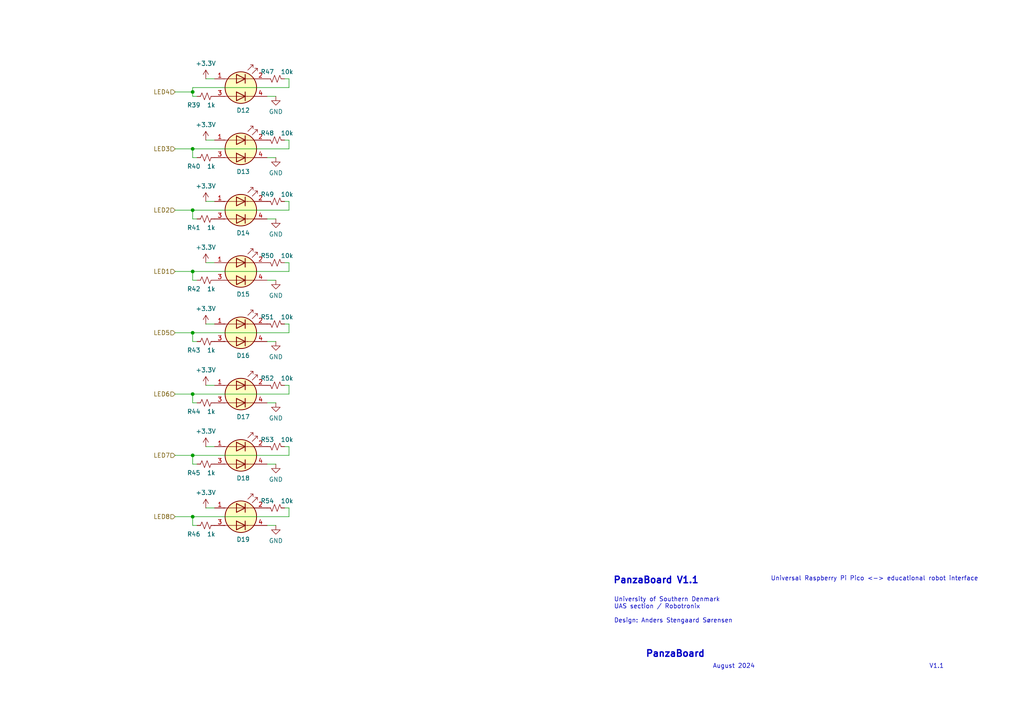
<source format=kicad_sch>
(kicad_sch (version 20231120) (generator "eeschema") (generator_version "8.0")
  (paper "A4")
  (lib_symbols
    (symbol "Device:LED_Dual_AKAK" (pin_names (offset 0) hide)
      (property "Reference" "D" (at 0 5.715 0))
      (property "Value" "LED_Dual_AKAK" (at 0 -6.35 0))
      (symbol "LED_Dual_AKAK_0_1"
        (polyline (pts (xy -5.08 -2.54) (xy 2.032 -2.54)))
        (polyline (pts (xy -5.08 2.54) (xy 2.032 2.54)))
        (polyline (pts (xy 1.27 -1.27) (xy 1.27 -3.81)) (stroke (width 0.254)))
        (polyline (pts (xy 1.27 3.81) (xy 1.27 1.27)) (stroke (width 0.254)))
        (polyline (pts (xy 3.81 -2.54) (xy 1.905 -2.54)))
        (polyline (pts (xy 3.81 2.54) (xy 1.905 2.54)))
        (polyline (pts (xy -1.27 -1.27) (xy -1.27 -3.81) (xy 1.27 -2.54) (xy -1.27 -1.27)) (stroke (width 0.254)))
        (polyline (pts (xy -1.27 3.81) (xy -1.27 1.27) (xy 1.27 2.54) (xy -1.27 3.81)) (stroke (width 0.254)))
        (polyline (pts (xy 2.032 5.08) (xy 3.556 6.604) (xy 2.794 6.604) (xy 3.556 6.604) (xy 3.556 5.842)))
        (polyline (pts (xy 3.302 4.064) (xy 4.826 5.588) (xy 4.064 5.588) (xy 4.826 5.588) (xy 4.826 4.826)))
        (circle (center 0 0) (radius 4.572) (stroke (width 0.254)) (fill (type background)))
      )
      (symbol "LED_Dual_AKAK_1_1"
        (pin input line (at -7.62 2.54 0) (length 3.048) (name "A1") (number "1"))
        (pin input line (at 7.62 2.54 180) (length 3.81) (name "K1") (number "2"))
        (pin input line (at -7.62 -2.54 0) (length 3.048) (name "A2") (number "3"))
        (pin input line (at 7.62 -2.54 180) (length 3.81) (name "K2") (number "4"))
      )
    )
    (symbol "Device:R_Small_US" (pin_numbers hide) (pin_names (offset 0.254) hide)
      (property "Reference" "R" (at 0.762 0.508 0))
      (property "Value" "R_Small_US" (at 0.762 -1.016 0))
      (symbol "R_Small_US_1_1"
        (polyline (pts (xy 0 0) (xy 1.016 -0.381) (xy 0 -0.762) (xy -1.016 -1.143) (xy 0 -1.524)))
        (polyline (pts (xy 0 1.524) (xy 1.016 1.143) (xy 0 0.762) (xy -1.016 0.381) (xy 0 0)))
        (pin passive line (at 0 2.54 270) (length 1.016) (name "~") (number "1"))
        (pin passive line (at 0 -2.54 90) (length 1.016) (name "~") (number "2"))
      )
    )
    (symbol "power:+3.3V" (power) (pin_numbers hide) (pin_names (offset 0) hide)
      (property "Value" "+3.3V" (at 0 3.556 0))
      (symbol "+3.3V_0_1"
        (polyline (pts (xy -0.762 1.27) (xy 0 2.54)))
        (polyline (pts (xy 0 0) (xy 0 2.54)))
        (polyline (pts (xy 0 2.54) (xy 0.762 1.27)))
      )
      (symbol "+3.3V_1_1"
        (pin power_in line (at 0 0 90) (length 0) (name "~") (number "1"))
      )
    )
    (symbol "power:GND" (power) (pin_numbers hide) (pin_names (offset 0) hide)
      (property "Value" "GND" (at 0 -3.81 0))
      (symbol "GND_0_1"
        (polyline (pts (xy 0 0) (xy 0 -1.27) (xy 1.27 -1.27) (xy 0 -2.54) (xy -1.27 -1.27) (xy 0 -1.27)))
      )
      (symbol "GND_1_1"
        (pin power_in line (at 0 0 270) (length 0) (name "~") (number "1"))
      )
    )
  )
  (junction (at 55.88 149.86))
  (junction (at 55.88 132.08))
  (junction (at 55.88 96.52))
  (junction (at 55.88 43.18))
  (junction (at 55.88 114.3))
  (junction (at 55.88 78.74))
  (junction (at 55.88 60.96))
  (junction (at 55.88 26.67))
  (wire (pts (xy 77.47 134.62) (xy 80.01 134.62)))
  (wire (pts (xy 50.8 26.67) (xy 55.88 26.67)))
  (wire (pts (xy 50.8 149.86) (xy 55.88 149.86)))
  (wire (pts (xy 83.82 111.76) (xy 83.82 114.3)))
  (wire (pts (xy 55.88 152.4) (xy 57.15 152.4)))
  (wire (pts (xy 55.88 63.5) (xy 57.15 63.5)))
  (wire (pts (xy 55.88 116.84) (xy 57.15 116.84)))
  (wire (pts (xy 83.82 76.2) (xy 83.82 78.74)))
  (wire (pts (xy 59.69 129.54) (xy 62.23 129.54)))
  (wire (pts (xy 55.88 81.28) (xy 57.15 81.28)))
  (wire (pts (xy 77.47 152.4) (xy 80.01 152.4)))
  (wire (pts (xy 55.88 45.72) (xy 57.15 45.72)))
  (wire (pts (xy 55.88 26.67) (xy 55.88 27.94)))
  (wire (pts (xy 59.69 93.98) (xy 62.23 93.98)))
  (wire (pts (xy 83.82 60.96) (xy 55.88 60.96)))
  (wire (pts (xy 77.47 27.94) (xy 80.01 27.94)))
  (wire (pts (xy 83.82 132.08) (xy 55.88 132.08)))
  (wire (pts (xy 59.69 76.2) (xy 62.23 76.2)))
  (wire (pts (xy 83.82 147.32) (xy 83.82 149.86)))
  (wire (pts (xy 59.69 147.32) (xy 62.23 147.32)))
  (wire (pts (xy 55.88 60.96) (xy 55.88 63.5)))
  (wire (pts (xy 83.82 96.52) (xy 55.88 96.52)))
  (wire (pts (xy 50.8 60.96) (xy 55.88 60.96)))
  (wire (pts (xy 83.82 25.4) (xy 55.88 25.4)))
  (wire (pts (xy 55.88 25.4) (xy 55.88 26.67)))
  (wire (pts (xy 83.82 43.18) (xy 55.88 43.18)))
  (wire (pts (xy 77.47 63.5) (xy 80.01 63.5)))
  (wire (pts (xy 55.88 114.3) (xy 55.88 116.84)))
  (wire (pts (xy 83.82 149.86) (xy 55.88 149.86)))
  (wire (pts (xy 55.88 99.06) (xy 57.15 99.06)))
  (wire (pts (xy 77.47 45.72) (xy 80.01 45.72)))
  (wire (pts (xy 77.47 81.28) (xy 80.01 81.28)))
  (wire (pts (xy 50.8 96.52) (xy 55.88 96.52)))
  (wire (pts (xy 82.55 147.32) (xy 83.82 147.32)))
  (wire (pts (xy 83.82 93.98) (xy 83.82 96.52)))
  (wire (pts (xy 55.88 27.94) (xy 57.15 27.94)))
  (wire (pts (xy 50.8 114.3) (xy 55.88 114.3)))
  (wire (pts (xy 55.88 43.18) (xy 55.88 45.72)))
  (wire (pts (xy 50.8 43.18) (xy 55.88 43.18)))
  (wire (pts (xy 77.47 99.06) (xy 80.01 99.06)))
  (wire (pts (xy 55.88 96.52) (xy 55.88 99.06)))
  (wire (pts (xy 55.88 134.62) (xy 57.15 134.62)))
  (wire (pts (xy 55.88 78.74) (xy 55.88 81.28)))
  (wire (pts (xy 59.69 111.76) (xy 62.23 111.76)))
  (wire (pts (xy 59.69 22.86) (xy 62.23 22.86)))
  (wire (pts (xy 55.88 149.86) (xy 55.88 152.4)))
  (wire (pts (xy 82.55 40.64) (xy 83.82 40.64)))
  (wire (pts (xy 83.82 58.42) (xy 83.82 60.96)))
  (wire (pts (xy 50.8 78.74) (xy 55.88 78.74)))
  (wire (pts (xy 55.88 132.08) (xy 55.88 134.62)))
  (wire (pts (xy 77.47 116.84) (xy 80.01 116.84)))
  (wire (pts (xy 59.69 40.64) (xy 62.23 40.64)))
  (wire (pts (xy 83.82 129.54) (xy 83.82 132.08)))
  (wire (pts (xy 50.8 132.08) (xy 55.88 132.08)))
  (wire (pts (xy 82.55 93.98) (xy 83.82 93.98)))
  (wire (pts (xy 83.82 78.74) (xy 55.88 78.74)))
  (wire (pts (xy 59.69 58.42) (xy 62.23 58.42)))
  (wire (pts (xy 82.55 129.54) (xy 83.82 129.54)))
  (wire (pts (xy 83.82 114.3) (xy 55.88 114.3)))
  (wire (pts (xy 82.55 111.76) (xy 83.82 111.76)))
  (wire (pts (xy 83.82 22.86) (xy 83.82 25.4)))
  (wire (pts (xy 82.55 76.2) (xy 83.82 76.2)))
  (wire (pts (xy 82.55 22.86) (xy 83.82 22.86)))
  (wire (pts (xy 83.82 40.64) (xy 83.82 43.18)))
  (wire (pts (xy 82.55 58.42) (xy 83.82 58.42)))
  (text "University of Southern Denmark\nUAS section / Robotronix\n\nDesign: Anders Stengaard Sørensen" (at 178.054 177.038 0) (effects (font (size 1.27 1.27)) (justify left)))
  (text "Universal Raspberry Pi Pico <-> educational robot interface" (at 223.52 167.894 0) (effects (font (size 1.27 1.27)) (justify left)))
  (text "August 2024" (at 212.852 193.294 0) (effects (font (size 1.27 1.27))))
  (text "V1.1" (at 269.494 193.294 0) (effects (font (size 1.27 1.27)) (justify left)))
  (text "PanzaBoard" (at 187.198 189.738 0) (effects (font (size 1.905 1.905) (thickness 0.381) (bold yes)) (justify left)))
  (text "PanzaBoard V1.1" (at 177.8 168.402 0) (effects (font (size 1.905 1.905) (thickness 0.381) (bold yes)) (justify left)))
  (hierarchical_label "LED2" (shape input) (at 50.8 60.96 180))
  (hierarchical_label "LED5" (shape input) (at 50.8 96.52 180))
  (hierarchical_label "LED6" (shape input) (at 50.8 114.3 180))
  (hierarchical_label "LED3" (shape input) (at 50.8 43.18 180))
  (hierarchical_label "LED1" (shape input) (at 50.8 78.74 180))
  (hierarchical_label "LED4" (shape input) (at 50.8 26.67 180))
  (hierarchical_label "LED8" (shape input) (at 50.8 149.86 180))
  (hierarchical_label "LED7" (shape input) (at 50.8 132.08 180))
  (symbol (lib_id "power:+3.3V") (at 59.69 58.42 0) (unit 1)
    (property "Reference" "#PWR077" (effects (hide yes)))
    (property "Value" "+3.3V" (at 59.69 53.975 0))
    (property "Description" "Power symbol creates a global label with name \"+3.3V\"" (effects (hide yes)))
  )
  (symbol (lib_id "power:GND") (at 80.01 99.06 0) (unit 1)
    (property "Reference" "#PWR087" (effects (hide yes)))
    (property "Value" "GND" (at 80.01 103.505 0))
    (property "Description" "Power symbol creates a global label with name \"GND\" , ground" (effects (hide yes)))
  )
  (symbol (lib_id "Device:LED_Dual_AKAK") (at 69.85 25.4 0) (unit 1)
    (property "Reference" "D12" (at 68.58 32.004 0) (effects (justify left)))
    (property "Value" "LED_Dual_AKAK" (effects (hide yes)))
    (property "Footprint" "ass_misc:LED_DUAL_3.2x2.7_Kingbright" (effects (hide yes)))
    (property "Description" "Dual LED, cathodes on pins 2 and 4" (effects (hide yes)))
  )
  (symbol (lib_id "power:GND") (at 80.01 45.72 0) (unit 1)
    (property "Reference" "#PWR084" (effects (hide yes)))
    (property "Value" "GND" (at 80.01 50.165 0))
    (property "Description" "Power symbol creates a global label with name \"GND\" , ground" (effects (hide yes)))
  )
  (symbol (lib_id "power:+3.3V") (at 59.69 22.86 0) (unit 1)
    (property "Reference" "#PWR075" (effects (hide yes)))
    (property "Value" "+3.3V" (at 59.69 18.415 0))
    (property "Description" "Power symbol creates a global label with name \"+3.3V\"" (effects (hide yes)))
  )
  (symbol (lib_id "Device:LED_Dual_AKAK") (at 69.85 43.18 0) (unit 1)
    (property "Reference" "D13" (at 68.58 49.784 0) (effects (justify left)))
    (property "Value" "LED_Dual_AKAK" (effects (hide yes)))
    (property "Footprint" "ass_misc:LED_DUAL_3.2x2.7_Kingbright" (effects (hide yes)))
    (property "Description" "Dual LED, cathodes on pins 2 and 4" (effects (hide yes)))
  )
  (symbol (lib_id "Device:R_Small_US") (at 59.69 152.4 90) (unit 1)
    (property "Reference" "R46" (at 58.166 154.94 90) (effects (justify left)))
    (property "Value" "1k" (at 62.484 154.94 90) (effects (justify left)))
    (property "Footprint" "Resistor_SMD:R_0603_1608Metric" (effects (hide yes)))
    (property "Description" "Resistor, small US symbol" (effects (hide yes)))
  )
  (symbol (lib_id "Device:LED_Dual_AKAK") (at 69.85 60.96 0) (unit 1)
    (property "Reference" "D14" (at 68.58 67.564 0) (effects (justify left)))
    (property "Value" "LED_Dual_AKAK" (effects (hide yes)))
    (property "Footprint" "ass_misc:LED_DUAL_3.2x2.7_Kingbright" (effects (hide yes)))
    (property "Description" "Dual LED, cathodes on pins 2 and 4" (effects (hide yes)))
  )
  (symbol (lib_id "Device:R_Small_US") (at 59.69 134.62 90) (unit 1)
    (property "Reference" "R45" (at 58.166 137.16 90) (effects (justify left)))
    (property "Value" "1k" (at 62.484 137.16 90) (effects (justify left)))
    (property "Footprint" "Resistor_SMD:R_0603_1608Metric" (effects (hide yes)))
    (property "Description" "Resistor, small US symbol" (effects (hide yes)))
  )
  (symbol (lib_id "Device:LED_Dual_AKAK") (at 69.85 132.08 0) (unit 1)
    (property "Reference" "D18" (at 68.58 138.684 0) (effects (justify left)))
    (property "Value" "LED_Dual_AKAK" (effects (hide yes)))
    (property "Footprint" "ass_misc:LED_DUAL_3.2x2.7_Kingbright" (effects (hide yes)))
    (property "Description" "Dual LED, cathodes on pins 2 and 4" (effects (hide yes)))
  )
  (symbol (lib_id "power:GND") (at 80.01 116.84 0) (unit 1)
    (property "Reference" "#PWR088" (effects (hide yes)))
    (property "Value" "GND" (at 80.01 121.285 0))
    (property "Description" "Power symbol creates a global label with name \"GND\" , ground" (effects (hide yes)))
  )
  (symbol (lib_id "Device:R_Small_US") (at 80.01 40.64 90) (mirror x) (unit 1)
    (property "Reference" "R48" (at 79.502 38.608 90) (effects (justify left)))
    (property "Value" "10k" (at 85.09 38.608 90) (effects (justify left)))
    (property "Footprint" "Resistor_SMD:R_0603_1608Metric" (effects (hide yes)))
    (property "Description" "Resistor, small US symbol" (effects (hide yes)))
  )
  (symbol (lib_id "Device:R_Small_US") (at 80.01 76.2 90) (mirror x) (unit 1)
    (property "Reference" "R50" (at 79.502 74.168 90) (effects (justify left)))
    (property "Value" "10k" (at 85.09 74.168 90) (effects (justify left)))
    (property "Footprint" "Resistor_SMD:R_0603_1608Metric" (effects (hide yes)))
    (property "Description" "Resistor, small US symbol" (effects (hide yes)))
  )
  (symbol (lib_id "Device:LED_Dual_AKAK") (at 69.85 114.3 0) (unit 1)
    (property "Reference" "D17" (at 68.58 120.904 0) (effects (justify left)))
    (property "Value" "LED_Dual_AKAK" (effects (hide yes)))
    (property "Footprint" "ass_misc:LED_DUAL_3.2x2.7_Kingbright" (effects (hide yes)))
    (property "Description" "Dual LED, cathodes on pins 2 and 4" (effects (hide yes)))
  )
  (symbol (lib_id "Device:R_Small_US") (at 80.01 58.42 90) (mirror x) (unit 1)
    (property "Reference" "R49" (at 79.502 56.388 90) (effects (justify left)))
    (property "Value" "10k" (at 85.09 56.388 90) (effects (justify left)))
    (property "Footprint" "Resistor_SMD:R_0603_1608Metric" (effects (hide yes)))
    (property "Description" "Resistor, small US symbol" (effects (hide yes)))
  )
  (symbol (lib_id "Device:LED_Dual_AKAK") (at 69.85 149.86 0) (unit 1)
    (property "Reference" "D19" (at 68.58 156.464 0) (effects (justify left)))
    (property "Value" "LED_Dual_AKAK" (effects (hide yes)))
    (property "Footprint" "ass_misc:LED_DUAL_3.2x2.7_Kingbright" (effects (hide yes)))
    (property "Description" "Dual LED, cathodes on pins 2 and 4" (effects (hide yes)))
  )
  (symbol (lib_id "power:+3.3V") (at 59.69 111.76 0) (unit 1)
    (property "Reference" "#PWR080" (effects (hide yes)))
    (property "Value" "+3.3V" (at 59.69 107.315 0))
    (property "Description" "Power symbol creates a global label with name \"+3.3V\"" (effects (hide yes)))
  )
  (symbol (lib_id "Device:R_Small_US") (at 59.69 27.94 90) (unit 1)
    (property "Reference" "R39" (at 58.166 30.48 90) (effects (justify left)))
    (property "Value" "1k" (at 62.484 30.48 90) (effects (justify left)))
    (property "Footprint" "Resistor_SMD:R_0603_1608Metric" (effects (hide yes)))
    (property "Description" "Resistor, small US symbol" (effects (hide yes)))
  )
  (symbol (lib_id "Device:R_Small_US") (at 59.69 81.28 90) (unit 1)
    (property "Reference" "R42" (at 58.166 83.82 90) (effects (justify left)))
    (property "Value" "1k" (at 62.484 83.82 90) (effects (justify left)))
    (property "Footprint" "Resistor_SMD:R_0603_1608Metric" (effects (hide yes)))
    (property "Description" "Resistor, small US symbol" (effects (hide yes)))
  )
  (symbol (lib_id "Device:R_Small_US") (at 80.01 147.32 90) (mirror x) (unit 1)
    (property "Reference" "R54" (at 79.502 145.288 90) (effects (justify left)))
    (property "Value" "10k" (at 85.09 145.288 90) (effects (justify left)))
    (property "Footprint" "Resistor_SMD:R_0603_1608Metric" (effects (hide yes)))
    (property "Description" "Resistor, small US symbol" (effects (hide yes)))
  )
  (symbol (lib_id "power:+3.3V") (at 59.69 76.2 0) (unit 1)
    (property "Reference" "#PWR078" (effects (hide yes)))
    (property "Value" "+3.3V" (at 59.69 71.755 0))
    (property "Description" "Power symbol creates a global label with name \"+3.3V\"" (effects (hide yes)))
  )
  (symbol (lib_id "Device:LED_Dual_AKAK") (at 69.85 78.74 0) (unit 1)
    (property "Reference" "D15" (at 68.58 85.344 0) (effects (justify left)))
    (property "Value" "LED_Dual_AKAK" (effects (hide yes)))
    (property "Footprint" "ass_misc:LED_DUAL_3.2x2.7_Kingbright" (effects (hide yes)))
    (property "Description" "Dual LED, cathodes on pins 2 and 4" (effects (hide yes)))
  )
  (symbol (lib_id "power:+3.3V") (at 59.69 93.98 0) (unit 1)
    (property "Reference" "#PWR079" (effects (hide yes)))
    (property "Value" "+3.3V" (at 59.69 89.535 0))
    (property "Description" "Power symbol creates a global label with name \"+3.3V\"" (effects (hide yes)))
  )
  (symbol (lib_id "power:GND") (at 80.01 134.62 0) (unit 1)
    (property "Reference" "#PWR089" (effects (hide yes)))
    (property "Value" "GND" (at 80.01 139.065 0))
    (property "Description" "Power symbol creates a global label with name \"GND\" , ground" (effects (hide yes)))
  )
  (symbol (lib_id "Device:R_Small_US") (at 59.69 45.72 90) (unit 1)
    (property "Reference" "R40" (at 58.166 48.26 90) (effects (justify left)))
    (property "Value" "1k" (at 62.484 48.26 90) (effects (justify left)))
    (property "Footprint" "Resistor_SMD:R_0603_1608Metric" (effects (hide yes)))
    (property "Description" "Resistor, small US symbol" (effects (hide yes)))
  )
  (symbol (lib_id "power:+3.3V") (at 59.69 40.64 0) (unit 1)
    (property "Reference" "#PWR076" (effects (hide yes)))
    (property "Value" "+3.3V" (at 59.69 36.195 0))
    (property "Description" "Power symbol creates a global label with name \"+3.3V\"" (effects (hide yes)))
  )
  (symbol (lib_id "Device:R_Small_US") (at 80.01 93.98 90) (mirror x) (unit 1)
    (property "Reference" "R51" (at 79.502 91.948 90) (effects (justify left)))
    (property "Value" "10k" (at 85.09 91.948 90) (effects (justify left)))
    (property "Footprint" "Resistor_SMD:R_0603_1608Metric" (effects (hide yes)))
    (property "Description" "Resistor, small US symbol" (effects (hide yes)))
  )
  (symbol (lib_id "Device:R_Small_US") (at 80.01 129.54 90) (mirror x) (unit 1)
    (property "Reference" "R53" (at 79.502 127.508 90) (effects (justify left)))
    (property "Value" "10k" (at 85.09 127.508 90) (effects (justify left)))
    (property "Footprint" "Resistor_SMD:R_0603_1608Metric" (effects (hide yes)))
    (property "Description" "Resistor, small US symbol" (effects (hide yes)))
  )
  (symbol (lib_id "power:GND") (at 80.01 63.5 0) (unit 1)
    (property "Reference" "#PWR085" (effects (hide yes)))
    (property "Value" "GND" (at 80.01 67.945 0))
    (property "Description" "Power symbol creates a global label with name \"GND\" , ground" (effects (hide yes)))
  )
  (symbol (lib_id "Device:R_Small_US") (at 80.01 111.76 90) (mirror x) (unit 1)
    (property "Reference" "R52" (at 79.502 109.728 90) (effects (justify left)))
    (property "Value" "10k" (at 85.09 109.728 90) (effects (justify left)))
    (property "Footprint" "Resistor_SMD:R_0603_1608Metric" (effects (hide yes)))
    (property "Description" "Resistor, small US symbol" (effects (hide yes)))
  )
  (symbol (lib_id "Device:LED_Dual_AKAK") (at 69.85 96.52 0) (unit 1)
    (property "Reference" "D16" (at 68.58 103.124 0) (effects (justify left)))
    (property "Value" "LED_Dual_AKAK" (effects (hide yes)))
    (property "Footprint" "ass_misc:LED_DUAL_3.2x2.7_Kingbright" (effects (hide yes)))
    (property "Description" "Dual LED, cathodes on pins 2 and 4" (effects (hide yes)))
  )
  (symbol (lib_id "power:+3.3V") (at 59.69 147.32 0) (unit 1)
    (property "Reference" "#PWR082" (effects (hide yes)))
    (property "Value" "+3.3V" (at 59.69 142.875 0))
    (property "Description" "Power symbol creates a global label with name \"+3.3V\"" (effects (hide yes)))
  )
  (symbol (lib_id "power:GND") (at 80.01 152.4 0) (unit 1)
    (property "Reference" "#PWR090" (effects (hide yes)))
    (property "Value" "GND" (at 80.01 156.845 0))
    (property "Description" "Power symbol creates a global label with name \"GND\" , ground" (effects (hide yes)))
  )
  (symbol (lib_id "power:GND") (at 80.01 81.28 0) (unit 1)
    (property "Reference" "#PWR086" (effects (hide yes)))
    (property "Value" "GND" (at 80.01 85.725 0))
    (property "Description" "Power symbol creates a global label with name \"GND\" , ground" (effects (hide yes)))
  )
  (symbol (lib_id "Device:R_Small_US") (at 59.69 99.06 90) (unit 1)
    (property "Reference" "R43" (at 58.166 101.6 90) (effects (justify left)))
    (property "Value" "1k" (at 62.484 101.6 90) (effects (justify left)))
    (property "Footprint" "Resistor_SMD:R_0603_1608Metric" (effects (hide yes)))
    (property "Description" "Resistor, small US symbol" (effects (hide yes)))
  )
  (symbol (lib_id "Device:R_Small_US") (at 59.69 116.84 90) (unit 1)
    (property "Reference" "R44" (at 58.166 119.38 90) (effects (justify left)))
    (property "Value" "1k" (at 62.484 119.38 90) (effects (justify left)))
    (property "Footprint" "Resistor_SMD:R_0603_1608Metric" (effects (hide yes)))
    (property "Description" "Resistor, small US symbol" (effects (hide yes)))
  )
  (symbol (lib_id "power:GND") (at 80.01 27.94 0) (unit 1)
    (property "Reference" "#PWR083" (effects (hide yes)))
    (property "Value" "GND" (at 80.01 32.385 0))
    (property "Description" "Power symbol creates a global label with name \"GND\" , ground" (effects (hide yes)))
  )
  (symbol (lib_id "Device:R_Small_US") (at 59.69 63.5 90) (unit 1)
    (property "Reference" "R41" (at 58.166 66.04 90) (effects (justify left)))
    (property "Value" "1k" (at 62.484 66.04 90) (effects (justify left)))
    (property "Footprint" "Resistor_SMD:R_0603_1608Metric" (effects (hide yes)))
    (property "Description" "Resistor, small US symbol" (effects (hide yes)))
  )
  (symbol (lib_id "power:+3.3V") (at 59.69 129.54 0) (unit 1)
    (property "Reference" "#PWR081" (effects (hide yes)))
    (property "Value" "+3.3V" (at 59.69 125.095 0))
    (property "Description" "Power symbol creates a global label with name \"+3.3V\"" (effects (hide yes)))
  )
  (symbol (lib_id "Device:R_Small_US") (at 80.01 22.86 90) (mirror x) (unit 1)
    (property "Reference" "R47" (at 79.502 20.828 90) (effects (justify left)))
    (property "Value" "10k" (at 85.09 20.828 90) (effects (justify left)))
    (property "Footprint" "Resistor_SMD:R_0603_1608Metric" (effects (hide yes)))
    (property "Description" "Resistor, small US symbol" (effects (hide yes)))
  )
)
</source>
